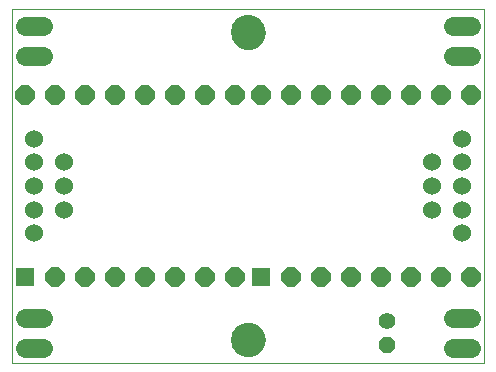
<source format=gts>
G75*
%MOIN*%
%OFA0B0*%
%FSLAX25Y25*%
%IPPOS*%
%LPD*%
%AMOC8*
5,1,8,0,0,1.08239X$1,22.5*
%
%ADD10C,0.00000*%
%ADD11C,0.11424*%
%ADD12R,0.06337X0.06337*%
%ADD13OC8,0.06337*%
%ADD14C,0.06000*%
%ADD15OC8,0.05600*%
%ADD16C,0.05600*%
%ADD17C,0.06400*%
D10*
X0008000Y0021082D02*
X0008000Y0139193D01*
X0165480Y0139193D01*
X0165480Y0021082D01*
X0008000Y0021082D01*
X0081228Y0028956D02*
X0081230Y0029104D01*
X0081236Y0029252D01*
X0081246Y0029400D01*
X0081260Y0029547D01*
X0081278Y0029694D01*
X0081299Y0029840D01*
X0081325Y0029986D01*
X0081355Y0030131D01*
X0081388Y0030275D01*
X0081426Y0030418D01*
X0081467Y0030560D01*
X0081512Y0030701D01*
X0081560Y0030841D01*
X0081613Y0030980D01*
X0081669Y0031117D01*
X0081729Y0031252D01*
X0081792Y0031386D01*
X0081859Y0031518D01*
X0081930Y0031648D01*
X0082004Y0031776D01*
X0082081Y0031902D01*
X0082162Y0032026D01*
X0082246Y0032148D01*
X0082333Y0032267D01*
X0082424Y0032384D01*
X0082518Y0032499D01*
X0082614Y0032611D01*
X0082714Y0032721D01*
X0082816Y0032827D01*
X0082922Y0032931D01*
X0083030Y0033032D01*
X0083141Y0033130D01*
X0083254Y0033226D01*
X0083370Y0033318D01*
X0083488Y0033407D01*
X0083609Y0033492D01*
X0083732Y0033575D01*
X0083857Y0033654D01*
X0083984Y0033730D01*
X0084113Y0033802D01*
X0084244Y0033871D01*
X0084377Y0033936D01*
X0084512Y0033997D01*
X0084648Y0034055D01*
X0084785Y0034110D01*
X0084924Y0034160D01*
X0085065Y0034207D01*
X0085206Y0034250D01*
X0085349Y0034290D01*
X0085493Y0034325D01*
X0085637Y0034357D01*
X0085783Y0034384D01*
X0085929Y0034408D01*
X0086076Y0034428D01*
X0086223Y0034444D01*
X0086370Y0034456D01*
X0086518Y0034464D01*
X0086666Y0034468D01*
X0086814Y0034468D01*
X0086962Y0034464D01*
X0087110Y0034456D01*
X0087257Y0034444D01*
X0087404Y0034428D01*
X0087551Y0034408D01*
X0087697Y0034384D01*
X0087843Y0034357D01*
X0087987Y0034325D01*
X0088131Y0034290D01*
X0088274Y0034250D01*
X0088415Y0034207D01*
X0088556Y0034160D01*
X0088695Y0034110D01*
X0088832Y0034055D01*
X0088968Y0033997D01*
X0089103Y0033936D01*
X0089236Y0033871D01*
X0089367Y0033802D01*
X0089496Y0033730D01*
X0089623Y0033654D01*
X0089748Y0033575D01*
X0089871Y0033492D01*
X0089992Y0033407D01*
X0090110Y0033318D01*
X0090226Y0033226D01*
X0090339Y0033130D01*
X0090450Y0033032D01*
X0090558Y0032931D01*
X0090664Y0032827D01*
X0090766Y0032721D01*
X0090866Y0032611D01*
X0090962Y0032499D01*
X0091056Y0032384D01*
X0091147Y0032267D01*
X0091234Y0032148D01*
X0091318Y0032026D01*
X0091399Y0031902D01*
X0091476Y0031776D01*
X0091550Y0031648D01*
X0091621Y0031518D01*
X0091688Y0031386D01*
X0091751Y0031252D01*
X0091811Y0031117D01*
X0091867Y0030980D01*
X0091920Y0030841D01*
X0091968Y0030701D01*
X0092013Y0030560D01*
X0092054Y0030418D01*
X0092092Y0030275D01*
X0092125Y0030131D01*
X0092155Y0029986D01*
X0092181Y0029840D01*
X0092202Y0029694D01*
X0092220Y0029547D01*
X0092234Y0029400D01*
X0092244Y0029252D01*
X0092250Y0029104D01*
X0092252Y0028956D01*
X0092250Y0028808D01*
X0092244Y0028660D01*
X0092234Y0028512D01*
X0092220Y0028365D01*
X0092202Y0028218D01*
X0092181Y0028072D01*
X0092155Y0027926D01*
X0092125Y0027781D01*
X0092092Y0027637D01*
X0092054Y0027494D01*
X0092013Y0027352D01*
X0091968Y0027211D01*
X0091920Y0027071D01*
X0091867Y0026932D01*
X0091811Y0026795D01*
X0091751Y0026660D01*
X0091688Y0026526D01*
X0091621Y0026394D01*
X0091550Y0026264D01*
X0091476Y0026136D01*
X0091399Y0026010D01*
X0091318Y0025886D01*
X0091234Y0025764D01*
X0091147Y0025645D01*
X0091056Y0025528D01*
X0090962Y0025413D01*
X0090866Y0025301D01*
X0090766Y0025191D01*
X0090664Y0025085D01*
X0090558Y0024981D01*
X0090450Y0024880D01*
X0090339Y0024782D01*
X0090226Y0024686D01*
X0090110Y0024594D01*
X0089992Y0024505D01*
X0089871Y0024420D01*
X0089748Y0024337D01*
X0089623Y0024258D01*
X0089496Y0024182D01*
X0089367Y0024110D01*
X0089236Y0024041D01*
X0089103Y0023976D01*
X0088968Y0023915D01*
X0088832Y0023857D01*
X0088695Y0023802D01*
X0088556Y0023752D01*
X0088415Y0023705D01*
X0088274Y0023662D01*
X0088131Y0023622D01*
X0087987Y0023587D01*
X0087843Y0023555D01*
X0087697Y0023528D01*
X0087551Y0023504D01*
X0087404Y0023484D01*
X0087257Y0023468D01*
X0087110Y0023456D01*
X0086962Y0023448D01*
X0086814Y0023444D01*
X0086666Y0023444D01*
X0086518Y0023448D01*
X0086370Y0023456D01*
X0086223Y0023468D01*
X0086076Y0023484D01*
X0085929Y0023504D01*
X0085783Y0023528D01*
X0085637Y0023555D01*
X0085493Y0023587D01*
X0085349Y0023622D01*
X0085206Y0023662D01*
X0085065Y0023705D01*
X0084924Y0023752D01*
X0084785Y0023802D01*
X0084648Y0023857D01*
X0084512Y0023915D01*
X0084377Y0023976D01*
X0084244Y0024041D01*
X0084113Y0024110D01*
X0083984Y0024182D01*
X0083857Y0024258D01*
X0083732Y0024337D01*
X0083609Y0024420D01*
X0083488Y0024505D01*
X0083370Y0024594D01*
X0083254Y0024686D01*
X0083141Y0024782D01*
X0083030Y0024880D01*
X0082922Y0024981D01*
X0082816Y0025085D01*
X0082714Y0025191D01*
X0082614Y0025301D01*
X0082518Y0025413D01*
X0082424Y0025528D01*
X0082333Y0025645D01*
X0082246Y0025764D01*
X0082162Y0025886D01*
X0082081Y0026010D01*
X0082004Y0026136D01*
X0081930Y0026264D01*
X0081859Y0026394D01*
X0081792Y0026526D01*
X0081729Y0026660D01*
X0081669Y0026795D01*
X0081613Y0026932D01*
X0081560Y0027071D01*
X0081512Y0027211D01*
X0081467Y0027352D01*
X0081426Y0027494D01*
X0081388Y0027637D01*
X0081355Y0027781D01*
X0081325Y0027926D01*
X0081299Y0028072D01*
X0081278Y0028218D01*
X0081260Y0028365D01*
X0081246Y0028512D01*
X0081236Y0028660D01*
X0081230Y0028808D01*
X0081228Y0028956D01*
X0081228Y0131319D02*
X0081230Y0131467D01*
X0081236Y0131615D01*
X0081246Y0131763D01*
X0081260Y0131910D01*
X0081278Y0132057D01*
X0081299Y0132203D01*
X0081325Y0132349D01*
X0081355Y0132494D01*
X0081388Y0132638D01*
X0081426Y0132781D01*
X0081467Y0132923D01*
X0081512Y0133064D01*
X0081560Y0133204D01*
X0081613Y0133343D01*
X0081669Y0133480D01*
X0081729Y0133615D01*
X0081792Y0133749D01*
X0081859Y0133881D01*
X0081930Y0134011D01*
X0082004Y0134139D01*
X0082081Y0134265D01*
X0082162Y0134389D01*
X0082246Y0134511D01*
X0082333Y0134630D01*
X0082424Y0134747D01*
X0082518Y0134862D01*
X0082614Y0134974D01*
X0082714Y0135084D01*
X0082816Y0135190D01*
X0082922Y0135294D01*
X0083030Y0135395D01*
X0083141Y0135493D01*
X0083254Y0135589D01*
X0083370Y0135681D01*
X0083488Y0135770D01*
X0083609Y0135855D01*
X0083732Y0135938D01*
X0083857Y0136017D01*
X0083984Y0136093D01*
X0084113Y0136165D01*
X0084244Y0136234D01*
X0084377Y0136299D01*
X0084512Y0136360D01*
X0084648Y0136418D01*
X0084785Y0136473D01*
X0084924Y0136523D01*
X0085065Y0136570D01*
X0085206Y0136613D01*
X0085349Y0136653D01*
X0085493Y0136688D01*
X0085637Y0136720D01*
X0085783Y0136747D01*
X0085929Y0136771D01*
X0086076Y0136791D01*
X0086223Y0136807D01*
X0086370Y0136819D01*
X0086518Y0136827D01*
X0086666Y0136831D01*
X0086814Y0136831D01*
X0086962Y0136827D01*
X0087110Y0136819D01*
X0087257Y0136807D01*
X0087404Y0136791D01*
X0087551Y0136771D01*
X0087697Y0136747D01*
X0087843Y0136720D01*
X0087987Y0136688D01*
X0088131Y0136653D01*
X0088274Y0136613D01*
X0088415Y0136570D01*
X0088556Y0136523D01*
X0088695Y0136473D01*
X0088832Y0136418D01*
X0088968Y0136360D01*
X0089103Y0136299D01*
X0089236Y0136234D01*
X0089367Y0136165D01*
X0089496Y0136093D01*
X0089623Y0136017D01*
X0089748Y0135938D01*
X0089871Y0135855D01*
X0089992Y0135770D01*
X0090110Y0135681D01*
X0090226Y0135589D01*
X0090339Y0135493D01*
X0090450Y0135395D01*
X0090558Y0135294D01*
X0090664Y0135190D01*
X0090766Y0135084D01*
X0090866Y0134974D01*
X0090962Y0134862D01*
X0091056Y0134747D01*
X0091147Y0134630D01*
X0091234Y0134511D01*
X0091318Y0134389D01*
X0091399Y0134265D01*
X0091476Y0134139D01*
X0091550Y0134011D01*
X0091621Y0133881D01*
X0091688Y0133749D01*
X0091751Y0133615D01*
X0091811Y0133480D01*
X0091867Y0133343D01*
X0091920Y0133204D01*
X0091968Y0133064D01*
X0092013Y0132923D01*
X0092054Y0132781D01*
X0092092Y0132638D01*
X0092125Y0132494D01*
X0092155Y0132349D01*
X0092181Y0132203D01*
X0092202Y0132057D01*
X0092220Y0131910D01*
X0092234Y0131763D01*
X0092244Y0131615D01*
X0092250Y0131467D01*
X0092252Y0131319D01*
X0092250Y0131171D01*
X0092244Y0131023D01*
X0092234Y0130875D01*
X0092220Y0130728D01*
X0092202Y0130581D01*
X0092181Y0130435D01*
X0092155Y0130289D01*
X0092125Y0130144D01*
X0092092Y0130000D01*
X0092054Y0129857D01*
X0092013Y0129715D01*
X0091968Y0129574D01*
X0091920Y0129434D01*
X0091867Y0129295D01*
X0091811Y0129158D01*
X0091751Y0129023D01*
X0091688Y0128889D01*
X0091621Y0128757D01*
X0091550Y0128627D01*
X0091476Y0128499D01*
X0091399Y0128373D01*
X0091318Y0128249D01*
X0091234Y0128127D01*
X0091147Y0128008D01*
X0091056Y0127891D01*
X0090962Y0127776D01*
X0090866Y0127664D01*
X0090766Y0127554D01*
X0090664Y0127448D01*
X0090558Y0127344D01*
X0090450Y0127243D01*
X0090339Y0127145D01*
X0090226Y0127049D01*
X0090110Y0126957D01*
X0089992Y0126868D01*
X0089871Y0126783D01*
X0089748Y0126700D01*
X0089623Y0126621D01*
X0089496Y0126545D01*
X0089367Y0126473D01*
X0089236Y0126404D01*
X0089103Y0126339D01*
X0088968Y0126278D01*
X0088832Y0126220D01*
X0088695Y0126165D01*
X0088556Y0126115D01*
X0088415Y0126068D01*
X0088274Y0126025D01*
X0088131Y0125985D01*
X0087987Y0125950D01*
X0087843Y0125918D01*
X0087697Y0125891D01*
X0087551Y0125867D01*
X0087404Y0125847D01*
X0087257Y0125831D01*
X0087110Y0125819D01*
X0086962Y0125811D01*
X0086814Y0125807D01*
X0086666Y0125807D01*
X0086518Y0125811D01*
X0086370Y0125819D01*
X0086223Y0125831D01*
X0086076Y0125847D01*
X0085929Y0125867D01*
X0085783Y0125891D01*
X0085637Y0125918D01*
X0085493Y0125950D01*
X0085349Y0125985D01*
X0085206Y0126025D01*
X0085065Y0126068D01*
X0084924Y0126115D01*
X0084785Y0126165D01*
X0084648Y0126220D01*
X0084512Y0126278D01*
X0084377Y0126339D01*
X0084244Y0126404D01*
X0084113Y0126473D01*
X0083984Y0126545D01*
X0083857Y0126621D01*
X0083732Y0126700D01*
X0083609Y0126783D01*
X0083488Y0126868D01*
X0083370Y0126957D01*
X0083254Y0127049D01*
X0083141Y0127145D01*
X0083030Y0127243D01*
X0082922Y0127344D01*
X0082816Y0127448D01*
X0082714Y0127554D01*
X0082614Y0127664D01*
X0082518Y0127776D01*
X0082424Y0127891D01*
X0082333Y0128008D01*
X0082246Y0128127D01*
X0082162Y0128249D01*
X0082081Y0128373D01*
X0082004Y0128499D01*
X0081930Y0128627D01*
X0081859Y0128757D01*
X0081792Y0128889D01*
X0081729Y0129023D01*
X0081669Y0129158D01*
X0081613Y0129295D01*
X0081560Y0129434D01*
X0081512Y0129574D01*
X0081467Y0129715D01*
X0081426Y0129857D01*
X0081388Y0130000D01*
X0081355Y0130144D01*
X0081325Y0130289D01*
X0081299Y0130435D01*
X0081278Y0130581D01*
X0081260Y0130728D01*
X0081246Y0130875D01*
X0081236Y0131023D01*
X0081230Y0131171D01*
X0081228Y0131319D01*
D11*
X0086740Y0131319D03*
X0086740Y0028956D03*
D12*
X0091110Y0049862D03*
X0012370Y0049862D03*
D13*
X0022370Y0049862D03*
X0032370Y0049862D03*
X0042370Y0049862D03*
X0052370Y0049862D03*
X0062370Y0049862D03*
X0072370Y0049862D03*
X0082370Y0049862D03*
X0101110Y0049862D03*
X0111110Y0049862D03*
X0121110Y0049862D03*
X0131110Y0049862D03*
X0141110Y0049862D03*
X0151110Y0049862D03*
X0161110Y0049862D03*
X0161110Y0110413D03*
X0151110Y0110413D03*
X0141110Y0110413D03*
X0131110Y0110413D03*
X0121110Y0110413D03*
X0111110Y0110413D03*
X0101110Y0110413D03*
X0091110Y0110413D03*
X0082370Y0110413D03*
X0072370Y0110413D03*
X0062370Y0110413D03*
X0052370Y0110413D03*
X0042370Y0110413D03*
X0032370Y0110413D03*
X0022370Y0110413D03*
X0012370Y0110413D03*
D14*
X0015500Y0095886D03*
X0015500Y0088012D03*
X0025500Y0088012D03*
X0025500Y0080138D03*
X0025500Y0072263D03*
X0015500Y0072263D03*
X0015500Y0080138D03*
X0015500Y0064389D03*
X0148000Y0072263D03*
X0148000Y0080138D03*
X0158000Y0080138D03*
X0158000Y0072263D03*
X0158000Y0064389D03*
X0158000Y0088012D03*
X0158000Y0095886D03*
X0148000Y0088012D03*
D15*
X0133000Y0027082D03*
D16*
X0133000Y0035082D03*
D17*
X0155000Y0036082D02*
X0161000Y0036082D01*
X0161000Y0026082D02*
X0155000Y0026082D01*
X0155000Y0123582D02*
X0161000Y0123582D01*
X0161000Y0133582D02*
X0155000Y0133582D01*
X0018500Y0133582D02*
X0012500Y0133582D01*
X0012500Y0123582D02*
X0018500Y0123582D01*
X0018500Y0036082D02*
X0012500Y0036082D01*
X0012500Y0026082D02*
X0018500Y0026082D01*
M02*

</source>
